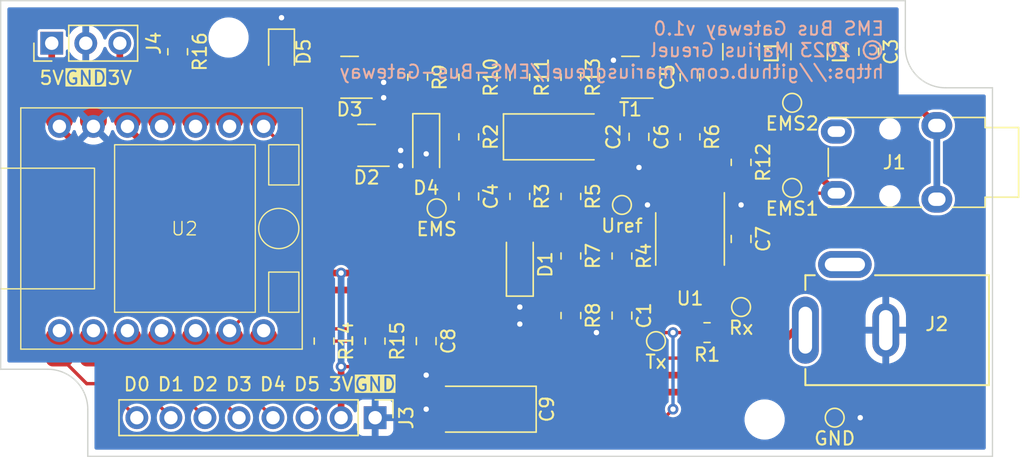
<source format=kicad_pcb>
(kicad_pcb (version 20221018) (generator pcbnew)
  (layers (0 "F.Cu" signal) (31 "B.Cu" signal) (34 "B.Paste" user) (35 "F.Paste" user) (36 "B.SilkS" user "B.Silkscreen") (37 "F.SilkS" user "F.Silkscreen") (38 "B.Mask" user) (39 "F.Mask" user) (44 "Edge.Cuts" user))
  (net 0 "")
  (net 1 "/EMS")
  (net 2 "GND")
  (net 3 "Net-(C2-Pad1)")
  (net 4 "Net-(C3-Pad1)")
  (net 5 "Net-(C3-Pad2)")
  (net 6 "/Uref")
  (net 7 "+3V3")
  (net 8 "/Rx")
  (net 9 "/Tx")
  (net 10 "Net-(U1A--)")
  (net 11 "Net-(U1A-+)")
  (net 12 "Net-(U1B-+)")
  (net 13 "Net-(T1-B)")
  (net 14 "Net-(T1-C)")
  (net 15 "+5V")
  (net 16 "+12V")
  (net 17 "/D0")
  (net 18 "/EMS1")
  (net 19 "/EMS2")
  (net 20 "/D1")
  (net 21 "/D2")
  (net 22 "/D3")
  (net 23 "/D4")
  (net 24 "/D5")
  (net 26 "/LED")
  (net 29 "Net-(D5-A)")
  (net 30 "/DP5")
  (footprint "MountingHole:MountingHole_2.5mm" (layer "F.Cu") (at 120.5 94.75)
    (fp_text reference "H2" hide)
    (fp_text value "MountingHole" hide)
    (pad "" np_thru_hole circle (at 0 0) (size 2.5 2.5) (drill 2.5) (layers "*.Cu" "*.Mask"))
  )
  (footprint "Package_TO_SOT_SMD:SOT-23" (layer "F.Cu") (at 90.805 74.295 180)
    (fp_text reference "D2" (at 0 -2.4) (layer "F.SilkS"))
    (fp_text value "BAT54S" hide)
    (pad "1" smd roundrect (at -0.9375 -0.95 180) (size 1.475 0.6) (layers "F.Cu" "F.Paste" "F.Mask") (net 2 "GND"))
    (pad "2" smd roundrect (at -0.9375 0.95 180) (size 1.475 0.6) (layers "F.Cu" "F.Paste" "F.Mask") (net 1 "/EMS"))
    (pad "3" smd roundrect (at 0.9375 0 180) (size 1.475 0.6) (layers "F.Cu" "F.Paste" "F.Mask") (net 4 "Net-(C3-Pad1)"))
  )
  (footprint "Resistor_SMD:R_0805_2012Metric" (layer "F.Cu") (at 106.045 69.215 -90)
    (fp_text reference "R13" (at 0 -1.65 90) (layer "F.SilkS"))
    (fp_text value "910" hide)
    (pad "1" smd roundrect (at -0.9125 0 270) (size 1.025 1.4) (layers "F.Cu" "F.Paste" "F.Mask") (roundrect_rratio 0.243902439) (net 1 "/EMS"))
    (pad "2" smd roundrect (at 0.9125 0 270) (size 1.025 1.4) (layers "F.Cu" "F.Paste" "F.Mask") (roundrect_rratio 0.243902439) (net 14 "Net-(T1-C)"))
  )
  (footprint "Resistor_SMD:R_0805_2012Metric" (layer "F.Cu") (at 106.045 78.105 90)
    (fp_text reference "R5" (at 0 1.651 90) (layer "F.SilkS"))
    (fp_text value "47k" hide)
    (pad "1" smd roundrect (at -0.9125 0 90) (size 1.025 1.4) (layers "F.Cu" "F.Paste" "F.Mask") (roundrect_rratio 0.243902439) (net 6 "/Uref"))
    (pad "2" smd roundrect (at 0.9125 0 90) (size 1.025 1.4) (layers "F.Cu" "F.Paste" "F.Mask") (roundrect_rratio 0.243902439) (net 11 "Net-(U1A-+)"))
  )
  (footprint "Connector_PinHeader_2.54mm:PinHeader_1x08_P2.54mm_Vertical" (layer "F.Cu") (at 91.44 94.615 -90)
    (fp_text reference "J3" (at 0 -2.33 90) (layer "F.SilkS"))
    (fp_text value "Conn_01x08" hide)
    (pad "1" thru_hole rect (at 0 0 270) (size 1.7 1.7) (drill 1) (layers "*.Cu" "*.Mask") (net 2 "GND"))
    (pad "2" thru_hole oval (at 0 2.54 270) (size 1.7 1.7) (drill 1) (layers "*.Cu" "*.Mask") (net 7 "+3V3"))
    (pad "3" thru_hole oval (at 0 5.08 270) (size 1.7 1.7) (drill 1) (layers "*.Cu" "*.Mask") (net 30 "/DP5"))
    (pad "4" thru_hole oval (at 0 7.62 270) (size 1.7 1.7) (drill 1) (layers "*.Cu" "*.Mask") (net 23 "/D4"))
    (pad "5" thru_hole oval (at 0 10.16 270) (size 1.7 1.7) (drill 1) (layers "*.Cu" "*.Mask") (net 22 "/D3"))
    (pad "6" thru_hole oval (at 0 12.7 270) (size 1.7 1.7) (drill 1) (layers "*.Cu" "*.Mask") (net 21 "/D2"))
    (pad "7" thru_hole oval (at 0 15.24 270) (size 1.7 1.7) (drill 1) (layers "*.Cu" "*.Mask") (net 20 "/D1"))
    (pad "8" thru_hole oval (at 0 17.78 270) (size 1.7 1.7) (drill 1) (layers "*.Cu" "*.Mask") (net 17 "/D0"))
  )
  (footprint "Capacitor_SMD:C_0805_2012Metric" (layer "F.Cu") (at 111.125 73.66 -90)
    (fp_text reference "C6" (at 0 -1.68 90) (layer "F.SilkS"))
    (fp_text value "1.5n" hide)
    (pad "1" smd roundrect (at -0.95 0 270) (size 1 1.45) (layers "F.Cu" "F.Paste" "F.Mask") (net 14 "Net-(T1-C)"))
    (pad "2" smd roundrect (at 0.95 0 270) (size 1 1.45) (layers "F.Cu" "F.Paste" "F.Mask") (net 2 "GND"))
  )
  (footprint "MountingHole:MountingHole_2.5mm" (layer "F.Cu") (at 80.5 66.25)
    (fp_text reference "H1" hide)
    (fp_text value "MountingHole" hide)
    (pad "" np_thru_hole circle (at 0 0) (size 2.5 2.5) (drill 2.5) (layers "*.Cu" "*.Mask"))
  )
  (footprint "Capacitor_SMD:C_0805_2012Metric" (layer "F.Cu") (at 109.855 86.995 -90)
    (fp_text reference "C1" (at 0 -1.651 90) (layer "F.SilkS"))
    (fp_text value "10n" hide)
    (pad "1" smd roundrect (at -0.95 0 270) (size 1 1.45) (layers "F.Cu" "F.Paste" "F.Mask") (net 12 "Net-(U1B-+)"))
    (pad "2" smd roundrect (at 0.95 0 270) (size 1 1.45) (layers "F.Cu" "F.Paste" "F.Mask") (net 2 "GND"))
  )
  (footprint "TestPoint:TestPoint_Pad_D1.0mm" (layer "F.Cu") (at 125.73 94.615)
    (fp_text reference "TP1" hide)
    (fp_text value "GND" (at 0 1.55) (layer "F.SilkS"))
    (pad "1" smd circle (at 0 0) (size 1 1) (layers "F.Cu" "F.Mask") (net 2 "GND"))
  )
  (footprint "Inductor_SMD:L_1210_3225Metric" (layer "F.Cu") (at 118.745 67.31 90)
    (fp_text reference "L1" (at 0 2.286 90) (layer "F.SilkS"))
    (fp_text value "4.7u")
    (pad "1" smd roundrect (at -1.4 0 90) (size 1.25 2.65) (layers "F.Cu" "F.Paste" "F.Mask") (roundrect_rratio 0.2) (net 18 "/EMS1"))
    (pad "2" smd roundrect (at 1.4 0 90) (size 1.25 2.65) (layers "F.Cu" "F.Paste" "F.Mask") (roundrect_rratio 0.2) (net 4 "Net-(C3-Pad1)"))
  )
  (footprint "Resistor_SMD:R_0805_2012Metric" (layer "F.Cu") (at 98.425 73.66 90)
    (fp_text reference "R2" (at 0 1.651 90) (layer "F.SilkS"))
    (fp_text value "28k" hide)
    (pad "1" smd roundrect (at -0.9125 0 90) (size 1.025 1.4) (layers "F.Cu" "F.Paste" "F.Mask") (roundrect_rratio 0.243902439) (net 3 "Net-(C2-Pad1)"))
    (pad "2" smd roundrect (at 0.9125 0 90) (size 1.025 1.4) (layers "F.Cu" "F.Paste" "F.Mask") (roundrect_rratio 0.243902439) (net 1 "/EMS"))
  )
  (footprint "Capacitor_Tantalum_SMD:CP_EIA-6032-28_Kemet-C" (layer "F.Cu") (at 99.695 93.98 180)
    (fp_text reference "C9" (at -4.572 0 90) (layer "F.SilkS"))
    (fp_text value "10u")
    (pad "1" smd roundrect (at -2.4625 0 180) (size 2.075 2.35) (layers "F.Cu" "F.Paste" "F.Mask") (roundrect_rratio 0.1204819277) (net 15 "+5V"))
    (pad "2" smd roundrect (at 2.4625 0 180) (size 2.075 2.35) (layers "F.Cu" "F.Paste" "F.Mask") (roundrect_rratio 0.1204819277) (net 2 "GND"))
  )
  (footprint "TestPoint:TestPoint_Pad_D1.0mm" (layer "F.Cu") (at 112.395 88.9)
    (fp_text reference "TP6" hide)
    (fp_text value "Tx" (at 0 1.55) (layer "F.SilkS"))
    (pad "1" smd circle (at 0 0) (size 1 1) (layers "F.Cu" "F.Mask") (net 9 "/Tx"))
  )
  (footprint "Resistor_SMD:R_0805_2012Metric" (layer "F.Cu") (at 76.708 67.31 90)
    (fp_text reference "R16" (at 0 1.651 90) (layer "F.SilkS"))
    (fp_text value "150" hide)
    (pad "1" smd roundrect (at -0.9125 0 90) (size 1.025 1.4) (layers "F.Cu" "F.Paste" "F.Mask") (roundrect_rratio 0.243902439) (net 26 "/LED"))
    (pad "2" smd roundrect (at 0.9125 0 90) (size 1.025 1.4) (layers "F.Cu" "F.Paste" "F.Mask") (roundrect_rratio 0.243902439) (net 29 "Net-(D5-A)"))
  )
  (footprint "Resistor_SMD:R_0805_2012Metric" (layer "F.Cu") (at 106.045 82.55 -90)
    (fp_text reference "R7" (at 0 -1.651 90) (layer "F.SilkS"))
    (fp_text value "10k" hide)
    (pad "1" smd roundrect (at -0.9125 0 270) (size 1.025 1.4) (layers "F.Cu" "F.Paste" "F.Mask") (roundrect_rratio 0.243902439) (net 6 "/Uref"))
    (pad "2" smd roundrect (at 0.9125 0 270) (size 1.025 1.4) (layers "F.Cu" "F.Paste" "F.Mask") (roundrect_rratio 0.243902439) (net 10 "Net-(U1A--)"))
  )
  (footprint "Resistor_SMD:R_0805_2012Metric" (layer "F.Cu") (at 94.615 69.215 -90)
    (fp_text reference "R9" (at 0 -1.65 -270) (layer "F.SilkS"))
    (fp_text value "910" hide)
    (pad "1" smd roundrect (at -0.9125 0 270) (size 1.025 1.4) (layers "F.Cu" "F.Paste" "F.Mask") (roundrect_rratio 0.243902439) (net 1 "/EMS"))
    (pad "2" smd roundrect (at 0.9125 0 270) (size 1.025 1.4) (layers "F.Cu" "F.Paste" "F.Mask") (roundrect_rratio 0.243902439) (net 14 "Net-(T1-C)"))
  )
  (footprint "Package_TO_SOT_SMD:SOT-23" (layer "F.Cu") (at 110.49 69.215 180)
    (fp_text reference "T1" (at 0 -2.4) (layer "F.SilkS"))
    (fp_text value "BC847" hide)
    (pad "1" smd roundrect (at -0.9375 -0.95 180) (size 1.475 0.6) (layers "F.Cu" "F.Paste" "F.Mask") (net 13 "Net-(T1-B)"))
    (pad "2" smd roundrect (at -0.9375 0.95 180) (size 1.475 0.6) (layers "F.Cu" "F.Paste" "F.Mask") (net 2 "GND"))
    (pad "3" smd roundrect (at 0.9375 0 180) (size 1.475 0.6) (layers "F.Cu" "F.Paste" "F.Mask") (net 14 "Net-(T1-C)"))
  )
  (footprint "Resistor_SMD:R_0805_2012Metric" (layer "F.Cu") (at 118.745 75.565 -90)
    (fp_text reference "R12" (at 0 -1.651 90) (layer "F.SilkS"))
    (fp_text value "10k" hide)
    (pad "1" smd roundrect (at -0.9125 0 270) (size 1.025 1.4) (layers "F.Cu" "F.Paste" "F.Mask") (roundrect_rratio 0.243902439) (net 7 "+3V3"))
    (pad "2" smd roundrect (at 0.9125 0 270) (size 1.025 1.4) (layers "F.Cu" "F.Paste" "F.Mask") (roundrect_rratio 0.243902439) (net 8 "/Rx"))
  )
  (footprint "TestPoint:TestPoint_Pad_D1.0mm" (layer "F.Cu") (at 122.555 71.12)
    (fp_text reference "TP3" hide)
    (fp_text value "EMS2" (at 0 1.55) (layer "F.SilkS"))
    (pad "1" smd circle (at 0 0) (size 1 1) (layers "F.Cu" "F.Mask") (net 19 "/EMS2"))
  )
  (footprint "Resistor_SMD:R_0805_2012Metric" (layer "F.Cu") (at 98.425 69.215 -90)
    (fp_text reference "R10" (at 0 -1.65 90) (layer "F.SilkS"))
    (fp_text value "910" hide)
    (pad "1" smd roundrect (at -0.9125 0 270) (size 1.025 1.4) (layers "F.Cu" "F.Paste" "F.Mask") (roundrect_rratio 0.243902439) (net 1 "/EMS"))
    (pad "2" smd roundrect (at 0.9125 0 270) (size 1.025 1.4) (layers "F.Cu" "F.Paste" "F.Mask") (roundrect_rratio 0.243902439) (net 14 "Net-(T1-C)"))
  )
  (footprint "TestPoint:TestPoint_Pad_D1.0mm" (layer "F.Cu") (at 96.03 78.995)
    (fp_text reference "TP4" hide)
    (fp_text value "EMS" (at 0 1.55) (layer "F.SilkS"))
    (pad "1" smd circle (at 0 0) (size 1 1) (layers "F.Cu" "F.Mask") (net 1 "/EMS"))
  )
  (footprint "Capacitor_SMD:C_0805_2012Metric" (layer "F.Cu") (at 114.935 69.215 90)
    (fp_text reference "C5" (at 0 -1.68 90) (layer "F.SilkS"))
    (fp_text value "1n" hide)
    (pad "1" smd roundrect (at -0.95 0 90) (size 1 1.45) (layers "F.Cu" "F.Paste" "F.Mask") (net 13 "Net-(T1-B)"))
    (pad "2" smd roundrect (at 0.95 0 90) (size 1 1.45) (layers "F.Cu" "F.Paste" "F.Mask") (net 2 "GND"))
  )
  (footprint "Diode_SMD:D_SOD-123" (layer "F.Cu") (at 102.235 83.185 90)
    (fp_text reference "D1" (at 0 1.905 90) (layer "F.SilkS"))
    (fp_text value "1N4148" hide)
    (pad "1" smd roundrect (at -1.65 0 90) (size 0.9 1.2) (layers "F.Cu" "F.Paste" "F.Mask") (net 2 "GND"))
    (pad "2" smd roundrect (at 1.65 0 90) (size 0.9 1.2) (layers "F.Cu" "F.Paste" "F.Mask") (net 6 "/Uref"))
  )
  (footprint "Capacitor_Tantalum_SMD:CP_EIA-6032-28_Kemet-C" (layer "F.Cu") (at 104.775 73.66)
    (fp_text reference "C2" (at 4.445 0 90) (layer "F.SilkS"))
    (fp_text value "10u" hide)
    (pad "1" smd roundrect (at -2.4625 0) (size 2.075 2.35) (layers "F.Cu" "F.Paste" "F.Mask") (roundrect_rratio 0.1204819277) (net 3 "Net-(C2-Pad1)"))
    (pad "2" smd roundrect (at 2.4625 0) (size 2.075 2.35) (layers "F.Cu" "F.Paste" "F.Mask") (roundrect_rratio 0.1204819277) (net 11 "Net-(U1A-+)"))
  )
  (footprint "Inductor_SMD:L_1210_3225Metric" (layer "F.Cu") (at 123.825 67.31 90)
    (fp_text reference "L2" (at 0 2.286 90) (layer "F.SilkS"))
    (fp_text value "4.7u")
    (pad "1" smd roundrect (at -1.4 0 90) (size 1.25 2.65) (layers "F.Cu" "F.Paste" "F.Mask") (roundrect_rratio 0.2) (net 19 "/EMS2"))
    (pad "2" smd roundrect (at 1.4 0 90) (size 1.25 2.65) (layers "F.Cu" "F.Paste" "F.Mask") (roundrect_rratio 0.2) (net 5 "Net-(C3-Pad2)"))
  )
  (footprint "Project:Lumberg-NEB-21-R" (layer "F.Cu") (at 123.54 88.085 180)
    (fp_text reference "J2" (at -9.81 0.455) (layer "F.SilkS"))
    (fp_text value "Barrel_Jack_Switch" hide)
    (pad "1" thru_hole oval (at 0 0 180) (size 2 5) (drill oval 1 3.5) (layers "*.Cu" "*.Mask") (net 15 "+5V"))
    (pad "2" thru_hole oval (at -6 0 180) (size 2 4) (drill oval 1 3) (layers "*.Cu" "*.Mask") (net 2 "GND"))
    (pad "3" thru_hole oval (at -2.95 4.9 270) (size 2 4) (drill oval 1 3) (layers "*.Cu" "*.Mask"))
  )
  (footprint "Capacitor_SMD:C_0805_2012Metric" (layer "F.Cu") (at 118.745 81.28 90)
    (fp_text reference "C7" (at 0 1.651 90) (layer "F.SilkS"))
    (fp_text value "100n" hide)
    (pad "1" smd roundrect (at -0.95 0 90) (size 1 1.45) (layers "F.Cu" "F.Paste" "F.Mask") (net 7 "+3V3"))
    (pad "2" smd roundrect (at 0.95 0 90) (size 1 1.45) (layers "F.Cu" "F.Paste" "F.Mask") (net 2 "GND"))
  )
  (footprint "Diode_SMD:D_SOD-123" (layer "F.Cu") (at 95.25 74.295 -90)
    (fp_text reference "D4" (at 3.175 0 -180) (layer "F.SilkS"))
    (fp_text value "BAT46" hide)
    (pad "1" smd roundrect (at -1.65 0 270) (size 0.9 1.2) (layers "F.Cu" "F.Paste" "F.Mask") (net 1 "/EMS"))
    (pad "2" smd roundrect (at 1.65 0 270) (size 0.9 1.2) (layers "F.Cu" "F.Paste" "F.Mask") (net 2 "GND"))
  )
  (footprint "TestPoint:TestPoint_Pad_D1.0mm" (layer "F.Cu") (at 118.745 86.36)
    (fp_text reference "TP7" hide)
    (fp_text value "Rx" (at 0 1.55) (layer "F.SilkS"))
    (pad "1" smd circle (at 0 0) (size 1 1) (layers "F.Cu" "F.Mask") (net 8 "/Rx"))
  )
  (footprint "Package_TO_SOT_SMD:SOT-23" (layer "F.Cu") (at 89.535 69.215 180)
    (fp_text reference "D3" (at 0 -2.4) (layer "F.SilkS"))
    (fp_text value "BAT54S" hide)
    (pad "1" smd roundrect (at -0.9375 -0.95 180) (size 1.475 0.6) (layers "F.Cu" "F.Paste" "F.Mask") (net 2 "GND"))
    (pad "2" smd roundrect (at -0.9375 0.95 180) (size 1.475 0.6) (layers "F.Cu" "F.Paste" "F.Mask") (net 1 "/EMS"))
    (pad "3" smd roundrect (at 0.9375 0 180) (size 1.475 0.6) (layers "F.Cu" "F.Paste" "F.Mask") (net 5 "Net-(C3-Pad2)"))
  )
  (footprint "Resistor_SMD:R_0805_2012Metric" (layer "F.Cu") (at 87.63 88.9 -90)
    (fp_text reference "R14" (at 0 -1.65 90) (layer "F.SilkS"))
    (fp_text value "100" hide)
    (pad "1" smd roundrect (at -0.9125 0 270) (size 1.025 1.4) (layers "F.Cu" "F.Paste" "F.Mask") (roundrect_rratio 0.243902439) (net 24 "/D5"))
    (pad "2" smd roundrect (at 0.9125 0 270) (size 1.025 1.4) (layers "F.Cu" "F.Paste" "F.Mask") (roundrect_rratio 0.243902439) (net 30 "/DP5"))
  )
  (footprint "LED_SMD:LED_0805_2012Metric" (layer "F.Cu") (at 84.455 67.31 -90)
    (fp_text reference "D5" (at 0 -1.65 -270) (layer "F.SilkS"))
    (fp_text value "LED")
    (pad "1" smd roundrect (at -0.9375 0 270) (size 0.975 1.4) (layers "F.Cu" "F.Paste" "F.Mask") (net 2 "GND"))
    (pad "2" smd roundrect (at 0.9375 0 270) (size 0.975 1.4) (layers "F.Cu" "F.Paste" "F.Mask") (net 29 "Net-(D5-A)"))
  )
  (footprint "Connector_Audio:Jack_3.5mm_Lumberg_1503_07_Horizontal" (layer "F.Cu") (at 133.35 72.815 -90)
    (fp_text reference "J1" (at 2.75 3.175 unlocked) (layer "F.SilkS"))
    (fp_text value "AudioJack3" hide)
    (pad "" np_thru_hole circle (at 0.25 3.5 270) (size 1.1 1.1) (drill 1.1) (layers "F&B.Cu" "*.Mask"))
    (pad "" np_thru_hole circle (at 5.25 3.5 270) (size 1.1 1.1) (drill 1.1) (layers "F&B.Cu" "*.Mask"))
    (pad "R" thru_hole oval (at 5.05 7.5 270) (size 1.8 2.3) (drill oval 0.8 1.3) (layers "*.Cu" "*.Mask") (net 18 "/EMS1"))
    (pad "S" thru_hole oval (at 0.45 7.5 270) (size 1.8 2.3) (drill oval 0.8 1.3) (layers "*.Cu" "*.Mask") (net 16 "+12V"))
    (pad "T" thru_hole oval (at 0 0 270) (size 2 2.3) (drill oval 1 1.3) (layers "*.Cu" "*.Mask") (net 19 "/EMS2"))
    (pad "T" thru_hole oval (at 5.5 0 270) (size 2 2.3) (drill oval 1 1.3) (layers "*.Cu" "*.Mask") (net 19 "/EMS2"))
  )
  (footprint "Resistor_SMD:R_0805_2012Metric" (layer "F.Cu") (at 114.935 73.66 90)
    (fp_text reference "R6" (at 0 1.651 90) (layer "F.SilkS"))
    (fp_text value "4K7" hide)
    (pad "1" smd roundrect (at -0.9125 0 90) (size 1.025 1.4) (layers "F.Cu" "F.Paste" "F.Mask") (roundrect_rratio 0.243902439) (net 7 "+3V3"))
    (pad "2" smd roundrect (at 0.9125 0 90) (size 1.025 1.4) (layers "F.Cu" "F.Paste" "F.Mask") (roundrect_rratio 0.243902439) (net 13 "Net-(T1-B)"))
  )
  (footprint "Resistor_SMD:R_0805_2012Metric" (layer "F.Cu") (at 106.045 86.995 -90)
    (fp_text reference "R8" (at 0 -1.651 90) (layer "F.SilkS"))
    (fp_text value "100k" hide)
    (pad "1" smd roundrect (at -0.9125 0 270) (size 1.025 1.4) (layers "F.Cu" "F.Paste" "F.Mask") (roundrect_rratio 0.243902439) (net 10 "Net-(U1A--)"))
    (pad "2" smd roundrect (at 0.9125 0 270) (size 1.025 1.4) (layers "F.Cu" "F.Paste" "F.Mask") (roundrect_rratio 0.243902439) (net 2 "GND"))
  )
  (footprint "Resistor_SMD:R_0805_2012Metric" (layer "F.Cu") (at 109.855 82.55 -90)
    (fp_text reference "R4" (at 0 -1.651 90) (layer "F.SilkS"))
    (fp_text value "10k" hide)
    (pad "1" smd roundrect (at -0.9125 0 270) (size 1.025 1.4) (layers "F.Cu" "F.Paste" "F.Mask") (roundrect_rratio 0.243902439) (net 6 "/Uref"))
    (pad "2" smd roundrect (at 0.9125 0 270) (size 1.025 1.4) (layers "F.Cu" "F.Paste" "F.Mask") (roundrect_rratio 0.243902439) (net 12 "Net-(U1B-+)"))
  )
  (footprint "Capacitor_SMD:C_0805_2012Metric" (layer "F.Cu") (at 98.425 78.105 90)
    (fp_text reference "C4" (at 0 1.651 90) (layer "F.SilkS"))
    (fp_text value "1n" hide)
    (pad "1" smd roundrect (at -0.95 0 90) (size 1 1.45) (layers "F.Cu" "F.Paste" "F.Mask") (net 10 "Net-(U1A--)"))
    (pad "2" smd roundrect (at 0.95 0 90) (size 1 1.45) (layers "F.Cu" "F.Paste" "F.Mask") (net 3 "Net-(C2-Pad1)"))
  )
  (footprint "Connector_PinHeader_2.54mm:PinHeader_1x03_P2.54mm_Vertical" (layer "F.Cu") (at 67.31 66.675 90)
    (fp_text reference "J4" (at 0 7.62 90) (layer "F.SilkS"))
    (fp_text value "Conn_01x03" hide)
    (pad "1" thru_hole rect (at 0 0 90) (size 1.7 1.7) (drill 1) (layers "*.Cu" "*.Mask") (net 15 "+5V"))
    (pad "2" thru_hole oval (at 0 2.54 90) (size 1.7 1.7) (drill 1) (layers "*.Cu" "*.Mask") (net 2 "GND"))
    (pad "3" thru_hole oval (at 0 5.08 90) (size 1.7 1.7) (drill 1) (layers "*.Cu" "*.Mask") (net 7 "+3V3"))
  )
  (footprint "Resistor_SMD:R_0805_2012Metric" (layer "F.Cu") (at 102.235 78.105 -90)
    (fp_text reference "R3" (at 0 -1.65 90) (layer "F.SilkS"))
    (fp_text value "1k" hide)
    (pad "1" smd roundrect (at -0.9125 0 270) (size 1.025 1.4) (layers "F.Cu" "F.Paste" "F.Mask") (roundrect_rratio 0.243902439) (net 3 "Net-(C2-Pad1)"))
    (pad "2" smd roundrect (at 0.9125 0 270) (size 1.025 1.4) (layers "F.Cu" "F.Paste" "F.Mask") (roundrect_rratio 0.243902439) (net 6 "/Uref"))
  )
  (footprint "Package_SO:SO-8_3.9x4.9mm_P1.27mm" (layer "F.Cu") (at 114.935 81.28 -90)
    (fp_text reference "U1" (at 4.445 0 180) (layer "F.SilkS"))
    (fp_text value "LM393" hide)
    (pad "1" smd roundrect (at -2.575 -1.905 270) (size 1.75 0.6) (layers "F.Cu" "F.Paste" "F.Mask") (net 8 "/Rx"))
    (pad "2" smd roundrect (at -2.575 -0.635 270) (size 1.75 0.6) (layers "F.Cu" "F.Paste" "F.Mask") (net 10 "Net-(U1A--)"))
    (pad "3" smd roundrect (at -2.575 0.635 270) (size 1.75 0.6) (layers "F.Cu" "F.Paste" "F.Mask") (net 11 "Net-(U1A-+)"))
    (pad "4" smd roundrect (at -2.575 1.905 270) (size 1.75 0.6) (layers "F.Cu" "F.Paste" "F.Mask") (net 2 "GND"))
    (pad "5" smd roundrect (at 2.575 1.905 270) (size 1.75 0.6) (layers "F.Cu" "F.Paste" "F.Mask") (net 12 "Net-(U1B-+)"))
    (pad "6" smd roundrect (at 2.575 0.635 270) (size 1.75 0.6) (layers "F.Cu" "F.Paste" "F.Mask") (net 9 "/Tx"))
    (pad "7" smd roundrect (at 2.575 -0.635 270) (size 1.75 0.6) (layers "F.Cu" "F.Paste" "F.Mask") (net 13 "Net-(T1-B)"))
    (pad "8" smd roundrect (at 2.575 -1.905 270) (size 1.75 0.6) (layers "F.Cu" "F.Paste" "F.Mask") (net 7 "+3V3"))
  )
  (footprint "TestPoint:TestPoint_Pad_D1.0mm" (layer "F.Cu") (at 109.855 78.74)
    (fp_text reference "TP5" hide)
    (fp_text value "Uref" (at 0 1.55) (layer "F.SilkS"))
    (pad "1" smd circle (at 0 0) (size 1 1) (layers "F.Cu" "F.Mask") (net 6 "/Uref"))
  )
  (footprint "Resistor_SMD:R_0805_2012Metric" (layer "F.Cu") (at 102.235 69.215 -90)
    (fp_text reference "R11" (at 0 -1.65 90) (layer "F.SilkS"))
    (fp_text value "910" hide)
    (pad "1" smd roundrect (at -0.9125 0 270) (size 1.025 1.4) (layers "F.Cu" "F.Paste" "F.Mask") (roundrect_rratio 0.243902439) (net 1 "/EMS"))
    (pad "2" smd roundrect (at 0.9125 0 270) (size 1.025 1.4) (layers "F.Cu" "F.Paste" "F.Mask") (roundrect_rratio 0.243902439) (net 14 "Net-(T1-C)"))
  )
  (footprint "Capacitor_SMD:C_0805_2012Metric" (layer "F.Cu") (at 128.27 67.31 90)
    (fp_text reference "C3" (at 0 1.651 90) (layer "F.SilkS"))
    (fp_text value "68p" hide)
    (pad "1" smd roundrect (at -0.95 0 90) (size 1 1.45) (layers "F.Cu" "F.Paste" "F.Mask") (net 4 "Net-(C3-Pad1)"))
    (pad "2" smd roundrect (at 0.95 0 90) (size 1 1.45) (layers "F.Cu" "F.Paste" "F.Mask") (net 5 "Net-(C3-Pad2)"))
  )
  (footprint "Capacitor_SMD:C_0805_2012Metric" (layer "F.Cu") (at 95.25 88.9 -90)
    (fp_text reference "C8" (at 0 -1.651 90) (layer "F.SilkS"))
    (fp_text value "100n" hide)
    (pad "1" smd roundrect (at -0.95 0 270) (size 1 1.45) (layers "F.Cu" "F.Paste" "F.Mask") (net 24 "/D5"))
    (pad "2" smd roundrect (at 0.95 0 270) (size 1 1.45) (layers "F.Cu" "F.Paste" "F.Mask") (net 2 "GND"))
  )
  (footprint "Project:Seeed Studio XIAO" (layer "F.Cu") (at 75.5 80.5 90)
    (fp_text reference "U2" (at -0.018 1.716 unlocked) (layer "F.SilkS") (effects (font (thickness 0.1))))
    (fp_text value "XIAO-ESP32C3")
    (pad "1" smd roundrect (at -8.89 -7.62 90) (size 2.8 2) (layers "F.Cu" "F.Paste" "F.Mask") (net 17 "/D0"))
    (pad "1" thru_hole circle (at -7.62 -7.62 90) (size 1.7 1.7) (drill 1) (layers "*.Cu" "*.Mask") (net 17 "/D0"))
    (pad "2" smd roundrect (at -8.89 -5.08 90) (size 2.8 2) (layers "F.Cu" "F.Paste" "F.Mask") (net 20 "/D1"))
    (pad "2" thru_hole circle (at -7.62 -5.08 90) (size 1.7 1.7) (drill 1) (layers "*.Cu" "*.Mask") (net 20 "/D1"))
    (pad "3" smd roundrect (at -8.89 -2.54 90) (size 2.8 2) (layers "F.Cu" "F.Paste" "F.Mask") (net 21 "/D2"))
    (pad "3" thru_hole circle (at -7.62 -2.54 90) (size 1.7 1.7) (drill 1) (layers "*.Cu" "*.Mask") (net 21 "/D2"))
    (pad "4" smd roundrect (at -8.89 0 90) (size 2.8 2) (layers "F.Cu" "F.Paste" "F.Mask") (net 22 "/D3"))
    (pad "4" thru_hole circle (at -7.62 0 90) (size 1.7 1.7) (drill 1) (layers "*.Cu" "*.Mask") (net 22 "/D3"))
    (pad "5" smd roundrect (at -8.89 2.54 90) (size 2.8 2) (layers "F.Cu" "F.Paste" "F.Mask") (net 23 "/D4"))
    (pad "5" thru_hole circle (at -7.62 2.54 90) (size 1.7 1.7) (drill 1) (layers "*.Cu" "*.Mask") (net 23 "/D4"))
    (pad "6" smd roundrect (at -8.89 5.08 90) (size 2.8 2) (layers "F.Cu" "F.Paste" "F.Mask") (net 24 "/D5"))
    (pad "6" thru_hole circle (at -7.62 5.08 90) (size 1.7 1.7) (drill 1) (layers "*.Cu" "*.Mask") (net 24 "/D5"))
    (pad "7" smd roundrect (at -8.89 7.62 90) (size 2.8 2) (layers "F.Cu" "F.Paste" "F.Mask") (net 9 "/Tx"))
    (pad "7" thru_hole circle (at -7.62 7.62 90) (size 1.7 1.7) (drill 1) (layers "*.Cu" "*.Mask") (net 9 "/Tx"))
    (pad "8" thru_hole circle (at 7.62 7.62 90) (size 1.7 1.7) (drill 1) (layers "*.Cu" "*.Mask") (net 8 "/Rx"))
    (pad "8" smd roundrect (at 8.89 7.62 90) (size 2.8 2) (layers "F.Cu" "F.Paste" "F.Mask") (net 8 "/Rx"))
    (pad "9" thru_hole circle (at 7.62 5.08 90) (size 1.7 1.7) (drill 1) (layers "*.Cu" "*.Mask") (net 26 "/LED"))
    (pad "9" smd roundrect (at 8.89 5.08 90) (size 2.8 2) (layers "F.Cu" "F.Paste" "F.Mask") (net 26 "/LED"))
    (pad "10" thru_hole circle (at 7.62 2.54 90) (size 1.7 1.7) (drill 1) (layers "*.Cu" "*.Mask"))
    (pad "10" smd roundrect (at 8.89 2.54 90) (size 2.8 2) (layers "F.Cu" "F.Paste" "F.Mask"))
    (pad "11" thru_hole circle (at 7.62 0 90) (size 1.7 1.7) (drill 1) (layers "*.Cu" "*.Mask"))
    (pad "11" smd roundrect (at 8.89 0 90) (size 2.8 2) (layers "F.Cu" "F.Paste" "F.Mask"))
    (pad "12" thru_hole circle (at 7.62 -2.54 90) (size 1.7 1.7) (drill 1) (layers "*.Cu" "*.Mask") (net 7 "+3V3"))
    (pad "12" smd roundrect (at 8.89 -2.54 90) (size 2.8 2) (layers "F.Cu" "F.Paste" "F.Mask") (net 7 "+3V3"))
    (pad "13" thru_hole circle (at 7.62 -5.08 90) (size 1.7 1.7) (drill 1) (layers "*.Cu" "*.Mask") (net 2 "GND"))
    (pad "13" smd roundrect (at 8.89 -5.08 90) (size 2.8 2) (layers "F.Cu" "F.Paste" "F.Mask") (net 2 "GND"))
    (pad "14" thru_hole circle (at 7.62 -7.62 90) (size 1.7 1.7) (drill 1) (layers "*.Cu" "*.Mask") (net 15 "+5V"))
    (pad "14" smd roundrect (at 8.89 -7.62 90) (size 2.8 2) (layers "F.Cu" "F.Paste" "F.Mask") (net 15 "+5V"))
  )
  (footprint "Resistor_SMD:R_0805_2012Metric" (layer "F.Cu") (at 116.205 88.265 180)
    (fp_text reference "R1" (at 0 -1.651) (layer "F.SilkS"))
    (fp_text value "47k" hide)
    (pad "1" smd roundrect (at -0.9125 0 180) (size 1.025 1.4) (layers "F.Cu" "F.Paste" "F.Mask") (roundrect_rratio 0.243902439) (net 7 "+3V3"))
    (pad "2" smd roundrect (at 0.9125 0 180) (size 1.025 1.4) (layers "F.Cu" "F.Paste" "F.Mask") (roundrect_rratio 0.243902439) (net 9 "/Tx"))
  )
  (footprint "TestPoint:TestPoint_Pad_D1.0mm" (layer "F.Cu") (at 122.555 77.47)
    (fp_text reference "TP2" hide)
    (fp_text value "EMS1" (at 0 1.55) (layer "F.SilkS"))
    (pad "1" smd circle (at 0 0) (size 1 1) (layers "F.Cu" "F.Mask") (net 18 "/EMS1"))
  )
  (footprint "Resistor_SMD:R_0805_2012Metric" (layer "F.Cu") (at 91.44 88.9 90)
    (fp_text reference "R15" (at 0 1.651 90) (layer "F.SilkS"))
    (fp_text value "10k" hide)
    (pad "1" smd roundrect (at -0.9125 0 90) (size 1.025 1.4) (layers "F.Cu" "F.Paste" "F.Mask") (roundrect_rratio 0.243902439) (net 7 "+3V3"))
    (pad "2" smd roundrect (at 0.9125 0 90) (size 1.025 1.4) (layers "F.Cu" "F.Paste" "F.Mask") (roundrect_rratio 0.243902439) (net 24 "/D5"))
  )
  (gr_line (start 63.5 63.5) (end 131 63.5) (stroke (width 0.1)) (layer "Edge.Cuts"))
  (gr_line (start 70 94) (end 70 97.5) (stroke (width 0.1)) (layer "Edge.Cuts"))
  (gr_arc (start 134 70) (mid 131.87868 69.12132) (end 131 67) (stroke (width 0.1)) (layer "Edge.Cuts"))
  (gr_line (start 137.5 70) (end 137.5 97.5) (stroke (width 0.1)) (layer "Edge.Cuts"))
  (gr_line (start 137.5 70) (end 134 70) (stroke (width 0.1)) (layer "Edge.Cuts"))
  (gr_line (start 137.5 97.5) (end 70 97.5) (stroke (width 0.1)) (layer "Edge.Cuts"))
  (gr_line (start 131 67) (end 131 63.5) (stroke (width 0.1)) (layer "Edge.Cuts"))
  (gr_line (start 63.5 91) (end 67 91) (stroke (width 0.1)) (layer "Edge.Cuts"))
  (gr_line (start 63.5 91) (end 63.5 63.5) (stroke (width 0.1)) (layer "Edge.Cuts"))
  (gr_arc (start 67 91) (mid 69.12132 91.87868) (end 70 94) (stroke (width 0.1)) (layer "Edge.Cuts"))
  (gr_text "EMS Bus Gateway v1.0\n© 2023 Marius Greuel\nhttps://github.com/mariusgreuel/EMS-Bus-Gateway" (at 129.5 65) (layer "B.SilkS") (effects (font (size 1 1)) (justify left top mirror)))
  (gr_text "D3" (at 81.28 92.71) (layer "F.SilkS") (effects (font (size 1 1)) (justify bottom)))
  (gr_text "D1" (at 76.2 92.71) (layer "F.SilkS") (effects (font (size 1 1)) (justify bottom)))
  (gr_text "GND" (at 69.85 69.85) (layer "F.SilkS" knockout) (effects (font (size 1 1)) (justify bottom)))
  (gr_text "GND" (at 91.44 92.71) (layer "F.SilkS" knockout) (effects (font (size 1 1)) (justify bottom)))
  (gr_text "D2" (at 78.74 92.71) (layer "F.SilkS") (effects (font (size 1 1)) (justify bottom)))
  (gr_text "D0" (at 73.66 92.71) (layer "F.SilkS") (effects (font (size 1 1)) (justify bottom)))
  (gr_text "D5" (at 86.36 92.71) (layer "F.SilkS") (effects (font (size 1 1)) (justify bottom)))
  (gr_text "3V" (at 72.39 69.85) (layer "F.SilkS") (effects (font (size 1 1)) (justify bottom)))
  (gr_text "D4" (at 83.82 92.71) (layer "F.SilkS") (effects (font (size 1 1)) (justify bottom)))
  (gr_text "5V" (at 67.31 69.85) (layer "F.SilkS") (effects (font (size 1 1)) (justify bottom)))
  (gr_text "3V" (at 88.9 92.71) (layer "F.SilkS") (effects (font (size 1 1)) (justify bottom)))
  (segment (start 98.18275 72.7475) (end 98.425 72.7475) (width 0.25) (layer "F.Cu") (net 1))
  (segment (start 95.25 72.645) (end 98.3225 72.645) (width 0.5) (layer "F.Cu") (net 1))
  (segment (start 98.425 68.3025) (end 94.615 68.3025) (width 0.5) (layer "F.Cu") (net 1))
  (segment (start 93.091 68.265) (end 93.091 71.36775) (width 0.5) (layer "F.Cu") (net 1))
  (segment (start 94.5775 68.265) (end 94.615 68.3025) (width 0.5) (layer "F.Cu") (net 1))
  (segment (start 90.4725 68.265) (end 94.5775 68.265) (width 0.5) (layer "F.Cu") (net 1))
  (segment (start 96.03 78.995) (end 96.774 78.251) (width 0.25) (layer "F.Cu") (net 1))
  (segment (start 98.3225 72.645) (end 98.425 72.7475) (width 0.5) (layer "F.Cu") (net 1))
  (segment (start 106.045 68.3025) (end 102.235 68.3025) (width 0.5) (layer "F.Cu") (net 1))
  (segment (start 96.774 78.251) (end 96.774 74.15625) (width 0.25) (layer "F.Cu") (net 1))
  (segment (start 93.091 71.36775) (end 91.7425 72.71625) (width 0.5) (layer "F.Cu") (net 1))
  (segment (start 91.7425 73.345) (end 94.55 73.345) (width 0.5) (layer "F.Cu") (net 1))
  (segment (start 96.774 74.15625) (end 98.18275 72.7475) (width 0.25) (layer "F.Cu") (net 1))
  (segment (start 91.7425 72.71625) (end 91.7425 73.345) (width 0.5) (layer "F.Cu") (net 1))
  (segment (start 94.55 73.345) (end 95.25 72.645) (width 0.5) (layer "F.Cu") (net 1))
  (segment (start 102.235 68.3025) (end 98.425 68.3025) (width 0.5) (layer "F.Cu") (net 1))
  (segment (start 93.345 75.819) (end 92.771 75.245) (width 0.5) (layer "F.Cu") (net 2))
  (segment (start 102.235 84.835) (end 102.235 86.36) (width 0.5) (layer "F.Cu") (net 2))
  (segment (start 107.5925 87.9075) (end 107.95 88.265) (width 0.25) (layer "F.Cu") (net 2))
  (segment (start 127.635 94.615) (end 125.73 94.615) (width 0.25) (layer "F.Cu") (net 2))
  (segment (start 111.125 74.61) (end 111.125 75.946) (width 0.25) (layer "F.Cu") (net 2))
  (segment (start 92.776 75.245) (end 93.345 74.676) (width 0.5) (layer "F.Cu") (net 2))
  (segment (start 95.25 89.85) (end 95.25 91.44) (width 0.25) (layer "F.Cu") (net 2))
  (segment (start 102.235 86.36) (end 102.235 87.63) (width 0.5) (layer "F.Cu") (net 2))
  (segment (start 92.771 75.245) (end 91.7425 75.245) (width 0.5) (layer "F.Cu") (net 2))
  (segment (start 113.03 78.705) (end 111.795 78.705) (width 0.25) (layer "F.Cu") (net 2))
  (segment (start 108.27 87.945) (end 107.95 88.265) (width 0.25) (layer "F.Cu") (net 2))
  (segment (start 84.455 64.77) (end 84.455 66.3725) (width 0.25) (layer "F.Cu") (net 2))
  (segment (start 91.506 70.165) (end 90.4725 70.165) (width 0.5) (layer "F.Cu") (net 2))
  (segment (start 92.075 69.596) (end 91.506 70.165) (width 0.5) (layer "F.Cu") (net 2))
  (segment (start 91.7425 75.245) (end 92.776 75.245) (width 0.5) (layer "F.Cu") (net 2))
  (segment (start 95.25 93.98) (end 97.2325 93.98) (width 0.5) (layer "F.Cu") (net 2))
  (segment (start 111.4275 68.265) (end 109.54 68.265) (width 0.5) (layer "F.Cu") (net 2))
  (segment (start 91.501 70.165) (end 90.4725 70.165) (width 0.5) (layer "F.Cu") (net 2))
  (segment (start 111.4275 68.265) (end 114.935 68.265) (width 0.5) (layer "F.Cu") (net 2))
  (segment (start 118.745 80.33) (end 118.745 78.74) (width 0.25) (layer "F.Cu") (net 2))
  (segment (start 106.045 87.9075) (end 107.5925 87.9075) (width 0.25) (layer "F.Cu") (net 2))
  (segment (start 109.54 68.265) (end 109.22 67.945) (width 0.5) (layer "F.Cu") (net 2))
  (segment (start 92.075 70.739) (end 91.501 70.165) (width 0.5) (layer "F.Cu") (net 2))
  (segment (start 109.855 87.945) (end 108.27 87.945) (width 0.25) (layer "F.Cu") (net 2))
  (segment (start 95.25 74.93) (end 95.25 75.945) (width 0.25) (layer "F.Cu") (net 2))
  (segment (start 111.795 78.705) (end 111.76 78.74) (width 0.25) (layer "F.Cu") (net 2))
  (via (at 95.25 91.44) (size 0.8) (drill 0.4) (layers "F.Cu" "B.Cu") (net 2))
  (via (at 92.075 70.739) (size 0.8) (drill 0.4) (layers "F.Cu" "B.Cu") (net 2))
  (via (at 111.76 78.74) (size 0.8) (drill 0.4) (layers "F.Cu" "B.Cu") (net 2))
  (via (at 84.455 64.77) (size 0.8) (drill 0.4) (layers "F.Cu" "B.Cu") (net 2))
  (via (at 109.22 67.945) (size 0.8) (drill 0.4) (layers "F.Cu" "B.Cu") (net 2))
  (via (at 127.635 94.615) (size 0.8) (drill 0.4) (layers "F.Cu" "B.Cu") (net 2))
  (via (at 102.235 87.63) (size 0.8) (drill 0.4) (layers "F.Cu" "B.Cu") (net 2))
  (via (at 93.345 74.676) (size 0.8) (drill 0.4) (layers "F.Cu" "B.Cu") (net 2))
  (via (at 107.95 88.265) (size 0.8) (drill 0.4) (layers "F.Cu" "B.Cu") (net 2))
  (via (at 102.235 86.36) (size 0.8) (drill 0.4) (layers "F.Cu" "B.Cu") (net 2))
  (via (at 95.25 93.98) (size 0.8) (drill 0.4) (layers "F.Cu" "B.Cu") (net 2))
  (via (at 118.745 78.74) (size 0.8) (drill 0.4) (layers "F.Cu" "B.Cu") (net 2))
  (via (at 111.125 75.946) (size 0.8) (drill 0.4) (layers "F.Cu" "B.Cu") (net 2))
  (via (at 92.075 69.596) (size 0.8) (drill 0.4) (layers "F.Cu" "B.Cu") (net 2))
  (via (at 95.25 74.93) (size 0.8) (drill 0.4) (layers "F.Cu" "B.Cu") (net 2))
  (via (at 93.345 75.819) (size 0.8) (drill 0.4) (layers "F.Cu" "B.Cu") (net 2))
  (segment (start 98.425 77.155) (end 98.425 74.5725) (width 0.5) (layer "F.Cu") (net 3))
  (segment (start 102.3125 77.115) (end 102.235 77.1925) (width 0.25) (layer "F.Cu") (net 3))
  (segment (start 102.235 77.1925) (end 98.4625 77.1925) (width 0.5) (layer "F.Cu") (net 3))
  (segment (start 102.3125 73.66) (end 102.3125 77.115) (width 0.25) (layer "F.Cu") (net 3))
  (segment (start 98.4625 77.1925) (end 98.425 77.155) (width 0.5) (layer "F.Cu") (net 3))
  (segment (start 129.54 67.4675) (end 129.54 65.405) (width 0.25) (layer "F.Cu") (net 4))
  (segment (start 128.27 68.26) (end 128.7475 68.26) (width 0.25) (layer "F.Cu") (net 4))
  (segment (start 116.335 65.405) (end 116.84 65.91) (width 0.5) (layer "F.Cu") (net 4))
  (segment (start 89.8675 74.295) (end 88.265 74.295) (width 0.5) (layer "F.Cu") (net 4))
  (segment (start 128.7475 68.26) (end 129.54 67.4675) (width 0.25) (layer "F.Cu") (net 4))
  (segment (start 128.905 64.77) (end 119.885 64.77) (width 0.25) (layer "F.Cu") (net 4))
  (segment (start 86.995 67.945) (end 89.535 65.405) (width 0.5) (layer "F.Cu") (net 4))
  (segment (start 119.885 64.77) (end 118.745 65.91) (width 0.25) (layer "F.Cu") (net 4))
  (segment (start 86.995 73.025) (end 86.995 67.945) (width 0.5) (layer "F.Cu") (net 4))
  (segment (start 116.84 65.91) (end 118.745 65.91) (width 0.5) (layer "F.Cu") (net 4))
  (segment (start 89.535 65.405) (end 116.335 65.405) (width 0.5) (layer "F.Cu") (net 4))
  (segment (start 88.265 74.295) (end 86.995 73.025) (width 0.5) (layer "F.Cu") (net 4))
  (segment (start 129.54 65.405) (end 128.905 64.77) (width 0.25) (layer "F.Cu") (net 4))
  (segment (start 90.005736 66.675) (end 116.205 66.675) (width 0.5) (layer "F.Cu") (net 5))
  (segment (start 128.27 66.36) (end 124.275 66.36) (width 0.25) (layer "F.Cu") (net 5))
  (segment (start 116.205 66.675) (end 116.84 67.31) (width 0.5) (layer "F.Cu") (net 5))
  (segment (start 88.5975 69.215) (end 88.5975 68.083236) (width 0.5) (layer "F.Cu") (net 5))
  (segment (start 88.5975 68.083236) (end 90.005736 66.675) (width 0.5) (layer "F.Cu") (net 5))
  (segment (start 124.275 66.36) (end 123.825 65.91) (width 0.25) (layer "F.Cu") (net 5))
  (segment (start 116.84 67.31) (end 122.425 67.31) (width 0.5) (layer "F.Cu") (net 5))
  (segment (start 122.425 67.31) (end 123.825 65.91) (width 0.5) (layer "F.Cu") (net 5))
  (segment (start 106.045 81.6375) (end 109.855 81.6375) (width 0.25) (layer "F.Cu") (net 6))
  (segment (start 102.235 79.0175) (end 106.045 79.0175) (width 0.25) (layer "F.Cu") (net 6))
  (segment (start 106.045 81.6375) (end 106.045 79.0175) (width 0.25) (layer "F.Cu") (net 6))
  (segment (start 102.235 81.535) (end 102.235 79.0175) (width 0.5) (layer "F.Cu") (net 6))
  (segment (start 109.855 81.6375) (end 109.855 78.74) (width 0.25) (layer "F.Cu") (net 6))
  (segment (start 114.935 74.5725) (end 118.665 74.5725) (width 0.5) (layer "F.Cu") (net 7))
  (segment (start 88.9 83.82) (end 83.82 83.82) (width 0.5) (layer "F.Cu") (net 7))
  (segment (start 91.44 89.8125) (end 90.4475 90.805) (width 0.25) (layer "F.Cu") (net 7))
  (segment (start 88.9 90.805) (end 88.9 94.615) (width 0.5) (layer "F.Cu") (net 7))
  (segment (start 88.9 83.82) (end 95.5675 83.82) (width 0.5) (layer "F.Cu") (net 7))
  (segment (start 120.65 88.265) (end 120.65 83.82) (width 0.5) (layer "F.Cu") (net 7))
  (segment (start 117.1175 86.6375) (end 116.84 86.36) (width 0.25) (layer "F.Cu") (net 7))
  (segment (start 120.615 83.855) (end 116.84 83.855) (width 0.5) (layer "F.Cu") (net 7))
  (segment (start 117.16 82.23) (end 118.745 82.23) (width 0.25) (layer "F.Cu") (net 7))
  (segment (start 103.1875 91.44) (end 117.475 91.44) (width 0.5) (layer "F.Cu") (net 7))
  (segment (start 90.4475 90.805) (end 88.9 90.805) (width 0.25) (layer "F.Cu") (net 7))
  (segment (start 116.84 83.855) (end 116.84 82.55) (width 0.25) (layer "F.Cu") (net 7))
  (segment (start 120.65 83.82) (end 120.65 75.565) (width 0.5) (layer "F.Cu") (net 7))
  (segment (start 72.96 72.96) (end 72.96 72.88) (width 0.5) (layer "F.Cu") (net 7))
  (segment (start 72.96 69.15) (end 72.39 68.58) (width 0.5) (layer "F.Cu") (net 7))
  (segment (start 118.89 74.9075) (end 118.81 74.8275) (width 0.5) (layer "F.Cu") (net 7))
  (segment (start 117.475 91.44) (end 120.65 88.265) (width 0.5) (layer "F.Cu") (net 7))
  (segment (start 116.84 82.55) (end 117.16 82.23) (width 0.25) (layer "F.Cu") (net 7))
  (segment (start 72.96 72.88) (end 72.96 69.15) (width 0.5) (layer "F.Cu") (net 7))
  (segment (start 116.84 86.36) (end 116.84 83.855) (width 0.25) (layer "F.Cu") (net 7))
  (segment (start 72.39 68.58) (end 72.39 66.675) (width 0.5) (layer "F.Cu") (net 7))
  (segment (start 118.665 74.5725) (end 118.745 74.6525) (width 0.5) (layer "F.Cu") (net 7))
  (segment (start 95.5675 83.82) (end 103.1875 91.44) (width 0.5) (layer "F.Cu") (net 7))
  (segment (start 120.65 83.82) (end 120.615 83.855) (width 0.5) (layer "F.Cu") (net 7))
  (segment (start 83.82 83.82) (end 72.96 72.96) (width 0.5) (layer "F.Cu") (net 7))
  (segment (start 117.1175 88.265) (end 117.1175 86.6375) (width 0.25) (layer "F.Cu") (net 7))
  (segment (start 120.65 75.565) (end 119.7375 74.6525) (width 0.5) (layer "F.Cu") (net 7))
  (segment (start 119.7375 74.6525) (end 118.745 74.6525) (width 0.5) (layer "F.Cu") (net 7))
  (via (at 88.9 83.82) (size 0.8) (drill 0.4) (layers "F.Cu" "B.Cu") (net 7))
  (via (at 88.9 90.805) (size 0.8) (drill 0.4) (layers "F.Cu" "B.Cu") (net 7))
  (segment (start 88.9 90.805) (end 88.9 83.82) (width 0.5) (layer "B.Cu") (net 7))
  (segment (start 116.205 90.17) (end 117.475 90.17) (width 0.25) (layer "F.Cu") (net 8))
  (segment (start 118.745 76.4775) (end 117.1975 76.4775) (width 0.25) (layer "F.Cu") (net 8))
  (segment (start 116.205 81.915) (end 116.205 90.17) (width 0.25) (layer "F.Cu") (net 8))
  (segment (start 103.505 90.17) (end 90.17 76.835) (width 0.25) (layer "F.Cu") (net 8))
  (segment (start 90.17 76.835) (end 87.075 76.835) (width 0.25) (layer "F.Cu") (net 8))
  (segment (start 116.84 81.28) (end 116.205 81.915) (width 0.25) (layer "F.Cu") (net 8))
  (segment (start 117.475 90.17) (end 118.745 88.9) (width 0.25) (layer "F.Cu") (net 8))
  (segment (start 116.84 78.705) (end 116.84 81.28) (width 0.25) (layer "F.Cu") (net 8))
  (segment (start 117.1975 76.4775) (end 116.84 76.835) (width 0.25) (layer "F.Cu") (net 8))
  (segment (start 116.205 90.17) (end 103.505 90.17) (width 0.25) (layer "F.Cu") (net 8))
  (segment (start 87.075 76.835) (end 83.12 72.88) (width 0.25) (layer "F.Cu") (net 8))
  (segment (start 116.84 76.835) (end 116.84 78.705) (width 0.25) (layer "F.Cu") (net 8))
  (segment (start 118.745 88.9) (end 118.745 86.36) (width 0.25) (layer "F.Cu") (net 8))
  (segment (start 113.03 88.265) (end 113.665 88.265) (width 0.25) (layer "F.Cu") (net 9))
  (segment (start 100.933413 95.885) (end 99.695 94.646587) (width 0.25) (layer "F.Cu") (net 9))
  (segment (start 99.695 92.075) (end 96.52 88.9) (width 0.25) (layer "F.Cu") (net 9))
  (segment (start 111.76 95.885) (end 100.933413 95.885) (width 0.25) (layer "F.Cu") (net 9))
  (segment (start 113.665 88.265) (end 115.2925 88.265) (width 0.25) (layer "F.Cu") (net 9))
  (segment (start 96.52 88.9) (end 83.9 88.9) (width 0.25) (layer "F.Cu") (net 9))
  (segment (start 115.2925 86.7175) (end 115.2925 88.265) (width 0.25) (layer "F.Cu") (net 9))
  (segment (start 99.695 94.646587) (end 99.695 92.075) (width 0.25) (layer "F.Cu") (net 9))
  (segment (start 83.9 88.9) (end 83.12 88.12) (width 0.25) (layer "F.Cu") (net 9))
  (segment (start 114.3 83.855) (end 114.3 85.725) (width 0.25) (layer "F.Cu") (net 9))
  (segment (start 112.395 88.9) (end 113.03 88.265) (width 0.25) (layer "F.Cu") (net 9))
  (segment (start 113.665 93.98) (end 111.76 95.885) (width 0.25) (layer "F.Cu") (net 9))
  (segment (start 114.3 85.725) (end 115.2925 86.7175) (width 0.25) (layer "F.Cu") (net 9))
  (via (at 113.665 88.265) (size 0.8) (drill 0.4) (layers "F.Cu" "B.Cu") (net 9))
  (via (at 113.665 93.98) (size 0.8) (drill 0.4) (layers "F.Cu" "B.Cu") (net 9))
  (segment (start 113.665 93.98) (end 113.665 88.265) (width 0.25) (layer "B.Cu") (net 9))
  (segment (start 106.045 83.4625) (end 106.9575 82.55) (width 0.25) (layer "F.Cu") (net 10))
  (segment (start 98.425 80.01) (end 101.8775 83.4625) (width 0.25) (layer "F.Cu") (net 10))
  (segment (start 98.425 79.055) (end 98.425 80.01) (width 0.25) (layer "F.Cu") (net 10))
  (segment (start 106.9575 82.55) (end 113.03 82.55) (width 0.25) (layer "F.Cu") (net 10))
  (segment (start 106.045 86.0825) (end 106.045 83.4625) (width 0.25) (layer "F.Cu") (net 10))
  (segment (start 115.57 80.01) (end 115.57 78.705) (width 0.25) (layer "F.Cu") (net 10))
  (segment (start 113.03 82.55) (end 115.57 80.01) (width 0.25) (layer "F.Cu") (net 10))
  (segment (start 101.8775 83.4625) (end 106.045 83.4625) (width 0.25) (layer "F.Cu") (net 10))
  (segment (start 106.045 76.2) (end 107.2375 75.0075) (width 0.25) (layer "F.Cu") (net 11))
  (segment (start 113.665 76.835) (end 109.065 76.835) (width 0.25) (layer "F.Cu") (net 11))
  (segment (start 114.3 77.47) (end 113.665 76.835) (width 0.25) (layer "F.Cu") (net 11))
  (segment (start 107.2375 75.0075) (end 107.2375 73.66) (width 0.25) (layer "F.Cu") (net 11))
  (segment (start 109.065 76.835) (end 107.2375 75.0075) (width 0.25) (layer "F.Cu") (net 11))
  (segment (start 106.045 77.1925) (end 106.045 76.2) (width 0.25) (layer "F.Cu") (net 11))
  (segment (start 114.3 78.705) (end 114.3 77.47) (width 0.25) (layer "F.Cu") (net 11))
  (segment (start 112.045 83.855) (end 109.855 86.045) (width 0.25) (layer "F.Cu") (net 12))
  (segment (start 109.855 86.045) (end 109.855 83.4625) (width 0.25) (layer "F.Cu") (net 12))
  (segment (start 113.03 83.855) (end 112.045 83.855) (width 0.25) (layer "F.Cu") (net 12))
  (segment (start 111.4275 70.165) (end 114.935 70.165) (width 0.25) (layer "F.Cu") (net 13))
  (segment (start 115.57 81.28) (end 116.205 80.645) (width 0.25) (layer "F.Cu") (net 13))
  (segment (start 113.665 74.93) (end 113.665 73.025) (width 0.25) (layer "F.Cu") (net 13))
  (segment (start 116.205 77.47) (end 113.665 74.93) (width 0.25) (layer "F.Cu") (net 13))
  (segment (start 113.9425 72.7475) (end 114.935 72.7475) (width 0.25) (layer "F.Cu") (net 13))
  (segment (start 114.935 72.7475) (end 114.935 70.165) (width 0.25) (layer "F.Cu") (net 13))
  (segment (start 115.57 83.855) (end 115.57 81.28) (width 0.25) (layer "F.Cu") (net 13))
  (segment (start 113.665 73.025) (end 113.9425 72.7475) (width 0.25) (layer "F.Cu") (net 13))
  (segment (start 116.205 80.645) (end 116.205 77.47) (width 0.25) (layer "F.Cu") (net 13))
  (segment (start 111.125 71.755) (end 109.5525 70.1825) (width 0.25) (layer "F.Cu") (net 14))
  (segment (start 98.425 70.1275) (end 102.235 70.1275) (width 0.5) (layer "F.Cu") (net 14))
  (segment (start 106.045 70.1275) (end 107.0375 70.1275) (width 0.5) (layer "F.Cu") (net 14))
  (segment (start 107.0375 70.1275) (end 107.95 69.215) (width 0.5) (layer "F.Cu") (net 14))
  (segment (start 102.235 70.1275) (end 106.045 70.1275) (width 0.5) (layer "F.Cu") (net 14))
  (segment (start 109.5525 70.1825) (end 109.5525 69.215) (width 0.25) (layer "F.Cu") (net 14))
  (segment (start 94.615 70.1275) (end 98.425 70.1275) (width 0.5) (layer "F.Cu") (net 14))
  (segment (start 107.95 69.215) (end 109.5525 69.215) (width 0.5) (layer "F.Cu") (net 14))
  (segment (start 111.125 72.71) (end 111.125 71.755) (width 0.25) (layer "F.Cu") (net 14))
  (segment (start 67.88 72.88) (end 67.88 69.15) (width 0.5) (layer "F.Cu") (net 15))
  (segment (start 102.1575 91.9975) (end 95.25 85.09) (width 0.5) (layer "F.Cu") (net 15))
  (segment (start 118.11 92.71) (end 122.735 88.085) (width 0.5) (layer "F.Cu") (net 15))
  (segment (start 67.31 68.58) (end 67.31 66.675) (width 0.5) (layer "F.Cu") (net 15))
  (segment (start 102.1575 93.98) (end 102.1575 91.9975) (width 0.5) (layer "F.Cu") (net 15))
  (segment (start 80.01 85.09) (end 67.88 72.96) (width 0.5) (layer "F.Cu") (net 15))
  (segment (start 102.1575 93.98) (end 103.4275 92.71) (width 0.5) (layer "F.Cu") (net 15))
  (segment (start 67.88 72.96) (end 67.88 72.88) (width 0.5) (layer "F.Cu") (net 15))
  (segment (start 95.25 85.09) (end 80.01 85.09) (width 0.5) (layer "F.Cu") (net 15))
  (segment (start 122.735 88.085) (end 123.54 88.085) (width 0.5) (layer "F.Cu") (net 15))
  (segment (start 67.88 69.15) (end 67.31 68.58) (width 0.5) (layer "F.Cu") (net 15))
  (segment (start 103.4275 92.71) (end 118.11 92.71) (width 0.5) (layer "F.Cu") (net 15))
  (segment (start 73.66 94.615) (end 71.12 92.075) (width 0.25) (layer "F.Cu") (net 17))
  (segment (start 71.12 92.075) (end 69.917918 92.075) (width 0.25) (layer "F.Cu") (net 17))
  (segment (start 69.917918 92.075) (end 67.88 90.037082) (width 0.25) (layer "F.Cu") (net 17))
  (segment (start 67.88 90.037082) (end 67.88 88.12) (width 0.25) (layer "F.Cu") (net 17))
  (segment (start 123.825 77.47) (end 124.22 77.865) (width 0.25) (layer "F.Cu") (net 18))
  (segment (start 122.555 77.47) (end 123.825 77.47) (width 0.25) (layer "F.Cu") (net 18))
  (segment (start 118.745 70.76) (end 125.85 77.865) (width 0.5) (layer "F.Cu") (net 18))
  (segment (start 124.22 77.865) (end 125.85 77.865) (width 0.25) (layer "F.Cu") (net 18))
  (segment (start 118.745 68.71) (end 118.745 70.76) (width 0.5) (layer "F.Cu") (net 18))
  (segment (start 123.825 69.85) (end 123.825 68.71) (width 0.25) (layer "F.Cu") (net 19))
  (segment (start 128.27 71.12) (end 131.655 71.12) (width 0.5) (layer "F.Cu") (net 19))
  (segment (start 123.825 68.71) (end 125.86 68.71) (width 0.5) (layer "F.Cu") (net 19))
  (segment (start 125.86 68.71) (end 128.27 71.12) (width 0.5) (layer "F.Cu") (net 19))
  (segment (start 122.555 71.12) (end 123.825 69.85) (width 0.25) (layer "F.Cu") (net 19))
  (segment (start 131.655 71.12) (end 133.35 72.815) (width 0.5) (layer "F.Cu") (net 19))
  (segment (start 133.35 78.315) (end 133.35 72.815) (width 0.5) (layer "B.Cu") (net 19))
  (segment (start 72.39 92.075) (end 70.42 90.105) (width 0.25) (layer "F.Cu") (net 20))
  (segment (start 76.2 94.615) (end 76.2 94.588363) (width 0.25) (layer "F.Cu") (net 20))
  (segment (start 70.42 90.105) (end 70.42 88.12) (width 0.25) (layer "F.Cu") (net 20))
  (segment (start 76.2 94.588363) (end 73.686637 92.075) (width 0.25) (layer "F.Cu") (net 20))
  (segment (start 73.686637 92.075) (end 72.39 92.075) (width 0.25) (layer "F.Cu") (net 20))
  (segment (start 76.2 92.075) (end 74.93 92.075) (width 0.25) (layer "F.Cu") (net 21))
  (segment (start 72.96 90.105) (end 72.96 88.12) (width 0.25) (layer "F.Cu") (net 21))
  (segment (start 74.93 92.075) (end 72.96 90.105) (width 0.25) (layer "F.Cu") (net 21))
  (segment (start 78.74 94.615) (end 76.2 92.075) (width 0.25) (layer "F.Cu") (net 21))
  (segment (start 78.74 92.075) (end 77.47 92.075) (width 0.25) (layer "F.Cu") (net 22))
  (segment (start 77.47 92.075) (end 75.5 90.105) (width 0.25) (layer "F.Cu") (net 22))
  (segment (start 81.28 94.615) (end 78.74 92.075) (width 0.25) (layer "F.Cu") (net 22))
  (segment (start 75.5 90.105) (end 75.5 88.12) (width 0.25) (layer "F.Cu") (net 22))
  (segment (start 78.04 90.105) (end 78.04 88.12) (width 0.25) (layer "F.Cu") (net 23))
  (segment (start 80.01 92.075) (end 78.04 90.105) (width 0.25) (layer "F.Cu") (net 23))
  (segment (start 83.82 94.615) (end 81.28 92.075) (width 0.25) (layer "F.Cu") (net 23))
  (segment (start 81.28 92.075) (end 80.01 92.075) (width 0.25) (layer "F.Cu") (net 23))
  (segment (start 86.0025 86.36) (end 82.34 86.36) (width 0.25) (layer "F.Cu") (net 24))
  (segment (start 87.63 87.9875) (end 91.44 87.9875) (width 0.25) (layer "F.Cu") (net 24))
  (segment (start 87.63 87.9875) (end 86.0025 86.36) (width 0.25) (layer "F.Cu") (net 24))
  (segment (start 82.34 86.36) (end 80.58 88.12) (width 0.25) (layer "F.Cu") (net 24))
  (segment (start 95.2125 87.9875) (end 95.25 87.95) (width 0.25) (layer "F.Cu") (net 24))
  (segment (start 91.44 87.9875) (end 95.2125 87.9875) (width 0.25) (layer "F.Cu") (net 24))
  (segment (start 80.58 71.055) (end 80.58 72.88) (width 0.25) (layer "F.Cu") (net 26))
  (segment (start 76.708 68.2225) (end 77.7475 68.2225) (width 0.25) (layer "F.Cu") (net 26))
  (segment (start 77.7475 68.2225) (end 80.58 71.055) (width 0.25) (layer "F.Cu") (net 26))
  (segment (start 77.1925 66.3975) (end 76.708 66.3975) (width 0.25) (layer "F.Cu") (net 29))
  (segment (start 79.0425 68.2475) (end 77.1925 66.3975) (width 0.25) (layer "F.Cu") (net 29))
  (segment (start 84.455 68.2475) (end 79.0425 68.2475) (width 0.25) (layer "F.Cu") (net 29))
  (segment (start 86.36 94.615) (end 87.63 93.345) (width 0.25) (layer "F.Cu") (net 30))
  (segment (start 87.63 93.345) (end 87.63 89.8125) (width 0.25) (layer "F.Cu") (net 30))
  (zone (net 2) (net_name "GND") (layer "B.Cu") (name "Antenna") (connect_pads (clearance 0)) (min_thickness 0.254) (fill yes (thermal_gap 0.508) (thermal_bridge_width 0.508))
    (polygon (pts (xy 64 90.5) (xy 64 64) (xy 130.5 64) (xy 130.5 70.5) (xy 137 70.5) (xy 137 97) (xy 70.5 97) (xy 70.5 90.5)))
  )
)
</source>
